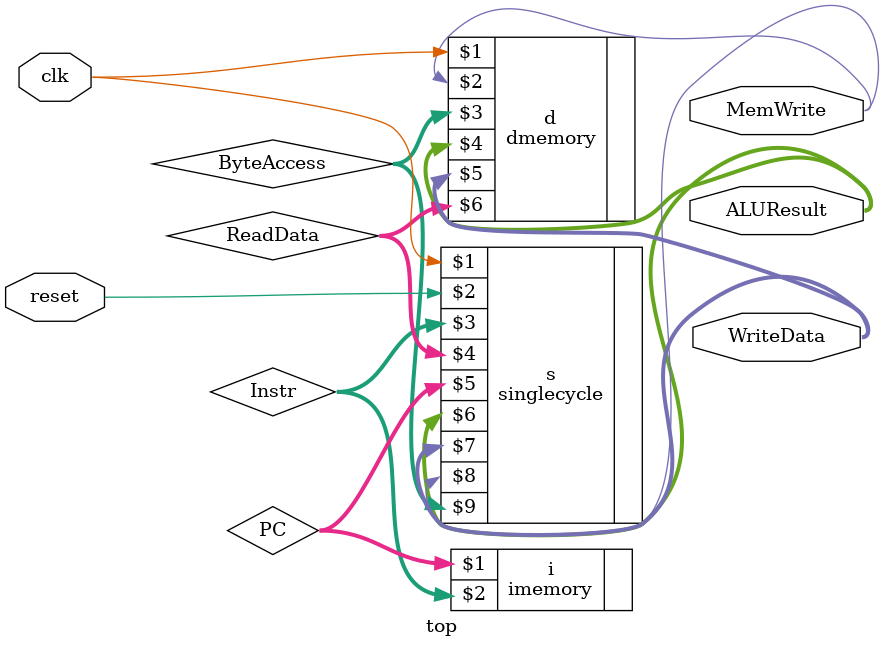
<source format=sv>
module top(input  logic        clk, reset,
           output logic [31:0] WriteData, ALUResult,
           output logic        MemWrite
           );

logic [31:0]  Instr, ReadData;
logic [1:0] ByteAccess;
logic [31:0] PC;

singlecycle s(clk, reset, Instr, ReadData, PC, ALUResult, WriteData, MemWrite, ByteAccess);

imemory i(PC, Instr);

dmemory d(clk, MemWrite, ByteAccess, ALUResult, WriteData, ReadData);

endmodule
</source>
